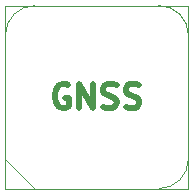
<source format=gbr>
%TF.GenerationSoftware,KiCad,Pcbnew,6.0.5-a6ca702e91~116~ubuntu20.04.1*%
%TF.CreationDate,2022-05-11T23:16:09+02:00*%
%TF.ProjectId,uHoubolt_PCB_GNSS,75486f75-626f-46c7-945f-5043425f474e,rev?*%
%TF.SameCoordinates,PX8f0d180PY5f5e100*%
%TF.FileFunction,Legend,Top*%
%TF.FilePolarity,Positive*%
%FSLAX46Y46*%
G04 Gerber Fmt 4.6, Leading zero omitted, Abs format (unit mm)*
G04 Created by KiCad (PCBNEW 6.0.5-a6ca702e91~116~ubuntu20.04.1) date 2022-05-11 23:16:09*
%MOMM*%
%LPD*%
G01*
G04 APERTURE LIST*
%ADD10C,0.500000*%
%ADD11C,0.120000*%
G04 APERTURE END LIST*
D10*
X-2428572Y1000000D02*
X-2619048Y1095239D01*
X-2904762Y1095239D01*
X-3190477Y1000000D01*
X-3380953Y809524D01*
X-3476191Y619048D01*
X-3571429Y238096D01*
X-3571429Y-47619D01*
X-3476191Y-428571D01*
X-3380953Y-619047D01*
X-3190477Y-809523D01*
X-2904762Y-904761D01*
X-2714286Y-904761D01*
X-2428572Y-809523D01*
X-2333334Y-714285D01*
X-2333334Y-47619D01*
X-2714286Y-47619D01*
X-1476191Y-904761D02*
X-1476191Y1095239D01*
X-333334Y-904761D01*
X-333334Y1095239D01*
X523809Y-809523D02*
X809523Y-904761D01*
X1285714Y-904761D01*
X1476190Y-809523D01*
X1571428Y-714285D01*
X1666666Y-523809D01*
X1666666Y-333333D01*
X1571428Y-142857D01*
X1476190Y-47619D01*
X1285714Y47620D01*
X904761Y142858D01*
X714285Y238096D01*
X619047Y333334D01*
X523809Y523810D01*
X523809Y714286D01*
X619047Y904762D01*
X714285Y1000000D01*
X904761Y1095239D01*
X1380952Y1095239D01*
X1666666Y1000000D01*
X2428571Y-809523D02*
X2714285Y-904761D01*
X3190476Y-904761D01*
X3380952Y-809523D01*
X3476190Y-714285D01*
X3571428Y-523809D01*
X3571428Y-333333D01*
X3476190Y-142857D01*
X3380952Y-47619D01*
X3190476Y47620D01*
X2809523Y142858D01*
X2619047Y238096D01*
X2523809Y333334D01*
X2428571Y523810D01*
X2428571Y714286D01*
X2523809Y904762D01*
X2619047Y1000000D01*
X2809523Y1095239D01*
X3285714Y1095239D01*
X3571428Y1000000D01*
D11*
%TO.C,U1*%
X-7750000Y-7750000D02*
X-7750000Y7750000D01*
X7750000Y-7750000D02*
X-7750000Y-7750000D01*
X-5250000Y-7750000D02*
X-7750000Y-5250000D01*
X-7750000Y7750000D02*
X7750000Y7750000D01*
X7750000Y7750000D02*
X7750000Y-7750000D01*
X7750000Y5250000D02*
G75*
G03*
X5250000Y7750000I-2500000J0D01*
G01*
X-5250000Y7750000D02*
G75*
G03*
X-7750000Y5250000I0J-2500000D01*
G01*
X5250000Y-7750000D02*
G75*
G03*
X7750000Y-5250000I0J2500000D01*
G01*
%TD*%
M02*

</source>
